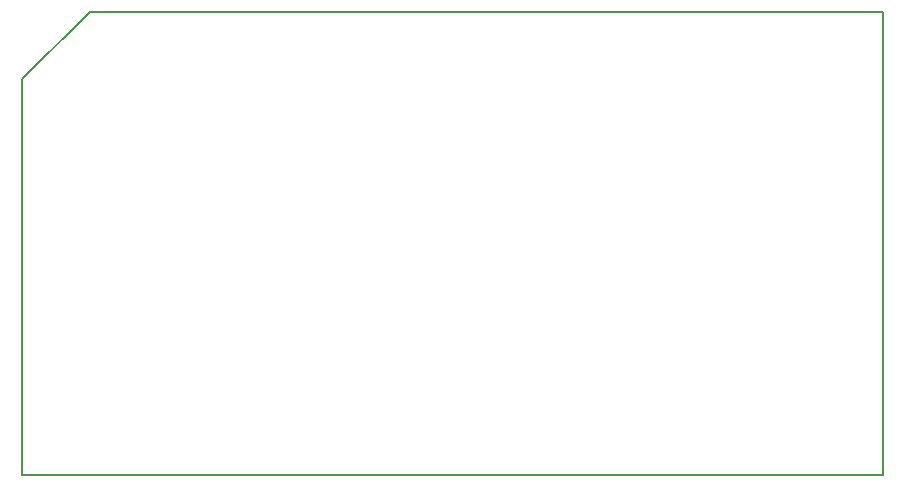
<source format=gbr>
G04 #@! TF.GenerationSoftware,KiCad,Pcbnew,(5.1.6)-1*
G04 #@! TF.CreationDate,2020-12-09T17:58:41+01:00*
G04 #@! TF.ProjectId,Rolety jadalnia x3,526f6c65-7479-4206-9a61-64616c6e6961,rev?*
G04 #@! TF.SameCoordinates,Original*
G04 #@! TF.FileFunction,Profile,NP*
%FSLAX46Y46*%
G04 Gerber Fmt 4.6, Leading zero omitted, Abs format (unit mm)*
G04 Created by KiCad (PCBNEW (5.1.6)-1) date 2020-12-09 17:58:41*
%MOMM*%
%LPD*%
G01*
G04 APERTURE LIST*
G04 #@! TA.AperFunction,Profile*
%ADD10C,0.150000*%
G04 #@! TD*
G04 APERTURE END LIST*
D10*
X105410000Y-17399000D02*
X105410000Y-56642000D01*
X38227000Y-17399000D02*
X105410000Y-17399000D01*
X32512000Y-23114000D02*
X38227000Y-17399000D01*
X32512000Y-56642000D02*
X32512000Y-23114000D01*
X105410000Y-56642000D02*
X32512000Y-56642000D01*
M02*

</source>
